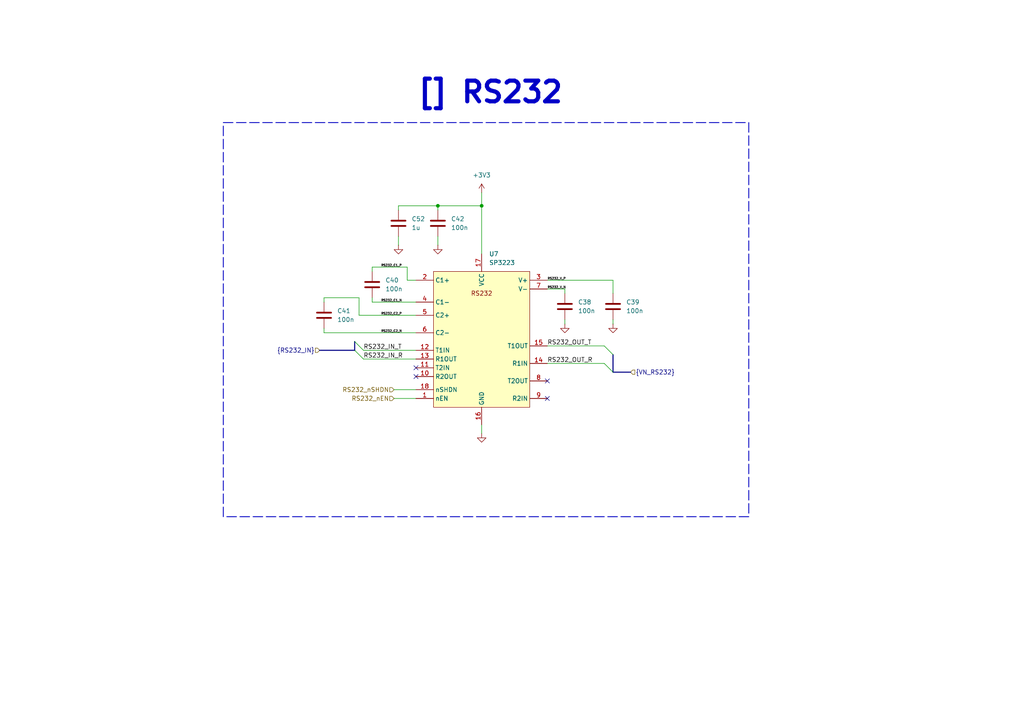
<source format=kicad_sch>
(kicad_sch (version 20250114) (generator "eeschema") (generator_version "9.0")
  (paper "A4")
  (title_block (title "RS232") (date "2025-12-13") (rev "1.0") (company "Hoppen"))
  (lib_symbols
    (symbol "0_transceivers:SP3223"
      (property "Reference" "U" (at -13.97 21.59 0))
      (property "Value" "SP3223" (at 10.16 21.59 0))
      (symbol "SP3223_0_0"
        (text "RS232" (at 0 13.97 0) (effects (font (size 1.27 1.27))))
      )
      (symbol "SP3223_0_1"
        (rectangle (start -13.97 20.32) (end 13.97 -19.05) (fill (type background)))
      )
      (symbol "SP3223_1_1"
        (pin bidirectional line (at -19.05 17.78 0) (length 5.08) (name "C1+") (number "2"))
        (pin bidirectional line (at -19.05 11.43 0) (length 5.08) (name "C1-") (number "4"))
        (pin bidirectional line (at -19.05 7.62 0) (length 5.08) (name "C2+") (number "5"))
        (pin bidirectional line (at -19.05 2.54 0) (length 5.08) (name "C2-") (number "6"))
        (pin input line (at -19.05 -2.54 0) (length 5.08) (name "T1IN") (number "12"))
        (pin output line (at -19.05 -5.08 0) (length 5.08) (name "R1OUT") (number "13"))
        (pin input line (at -19.05 -7.62 0) (length 5.08) (name "T2IN") (number "11"))
        (pin output line (at -19.05 -10.16 0) (length 5.08) (name "R2OUT") (number "10"))
        (pin input line (at -19.05 -13.97 0) (length 5.08) (name "nSHDN") (number "18"))
        (pin input line (at -19.05 -16.51 0) (length 5.08) (name "nEN") (number "1"))
        (pin power_in line (at 0 25.4 270) (length 5.08) (name "VCC") (number "17"))
        (pin power_in line (at 0 -24.13 90) (length 5.08) (name "GND") (number "16"))
        (pin power_out line (at 19.05 17.78 180) (length 5.08) (name "V+") (number "3"))
        (pin power_out line (at 19.05 15.24 180) (length 5.08) (name "V-") (number "7"))
        (pin output line (at 19.05 -1.27 180) (length 5.08) (name "T1OUT") (number "15"))
        (pin input line (at 19.05 -6.35 180) (length 5.08) (name "R1IN") (number "14"))
        (pin output line (at 19.05 -11.43 180) (length 5.08) (name "T2OUT") (number "8"))
        (pin input line (at 19.05 -16.51 180) (length 5.08) (name "R2IN") (number "9"))
      )
    )
    (symbol "Device:C" (pin_numbers (hide yes)) (pin_names (offset 0.254))
      (property "Reference" "C" (at 0.635 2.54 0))
      (property "Value" "C" (at 0.635 -2.54 0))
      (symbol "C_0_1"
        (polyline (pts (xy -2.032 0.762) (xy 2.032 0.762)) (stroke (width 0.508)))
        (polyline (pts (xy -2.032 -0.762) (xy 2.032 -0.762)) (stroke (width 0.508)))
      )
      (symbol "C_1_1"
        (pin passive line (at 0 3.81 270) (length 2.794) (name "~") (number "1"))
        (pin passive line (at 0 -3.81 90) (length 2.794) (name "~") (number "2"))
      )
    )
    (symbol "power:+3.3V" (power) (pin_numbers (hide yes)) (pin_names (offset 0) (hide yes))
      (property "Value" "+3.3V" (at 0 3.556 0))
      (symbol "+3.3V_0_1"
        (polyline (pts (xy -0.762 1.27) (xy 0 2.54)))
        (polyline (pts (xy 0 2.54) (xy 0.762 1.27)))
        (polyline (pts (xy 0 0) (xy 0 2.54)))
      )
      (symbol "+3.3V_1_1"
        (pin power_in line (at 0 0 90) (length 0) (name "~") (number "1"))
      )
    )
    (symbol "power:GND" (power) (pin_numbers (hide yes)) (pin_names (offset 0) (hide yes))
      (property "Value" "GND" (at 0 -3.81 0))
      (symbol "GND_0_1"
        (polyline (pts (xy 0 0) (xy 0 -1.27) (xy 1.27 -1.27) (xy 0 -2.54) (xy -1.27 -1.27) (xy 0 -1.27)))
      )
      (symbol "GND_1_1"
        (pin power_in line (at 0 0 270) (length 0) (name "~") (number "1"))
      )
    )
  )
  (bus_alias "RS232_IN" (members "RS232_IN_T" "RS232_IN_R"))
  (bus_alias "VN_RS232" (members "RS232_OUT_T" "RS232_OUT_R"))
  (rectangle (start 64.77 35.56) (end 217.17 149.86) (stroke (width 0.254) (type dash)))
  (text_box "[${#}] ${TITLE}" (at 95.25 20.32 0) (size 93.98 12.7) (margins 4.4999 4.4999 4.4999 4.4999) (stroke (width -0.0001)) (effects (font (size 6 6) (thickness 1.2) (bold yes))))
  (junction (at 139.7 59.69))
  (junction (at 127 59.69))
  (no_connect (at 158.75 110.49))
  (no_connect (at 120.65 106.68))
  (no_connect (at 120.65 109.22))
  (no_connect (at 158.75 115.57))
  (bus_entry (at 102.87 99.06) (size 2.54 2.54))
  (bus_entry (at 102.87 101.6) (size 2.54 2.54))
  (bus_entry (at 175.26 100.33) (size 2.54 2.54))
  (bus_entry (at 175.26 105.41) (size 2.54 2.54))
  (wire (pts (xy 104.14 86.36) (xy 93.98 86.36)))
  (wire (pts (xy 163.83 83.82) (xy 158.75 83.82)))
  (wire (pts (xy 107.95 87.63) (xy 107.95 86.36)))
  (wire (pts (xy 115.57 60.96) (xy 115.57 59.69)))
  (wire (pts (xy 118.11 77.47) (xy 118.11 81.28)))
  (wire (pts (xy 105.41 101.6) (xy 120.65 101.6)))
  (wire (pts (xy 114.3 113.03) (xy 120.65 113.03)))
  (wire (pts (xy 139.7 123.19) (xy 139.7 125.73)))
  (wire (pts (xy 115.57 68.58) (xy 115.57 71.12)))
  (wire (pts (xy 120.65 91.44) (xy 104.14 91.44)))
  (wire (pts (xy 114.3 115.57) (xy 120.65 115.57)))
  (wire (pts (xy 177.8 81.28) (xy 177.8 85.09)))
  (wire (pts (xy 107.95 77.47) (xy 118.11 77.47)))
  (wire (pts (xy 158.75 105.41) (xy 175.26 105.41)))
  (bus (pts (xy 177.8 107.95) (xy 182.88 107.95)))
  (wire (pts (xy 139.7 59.69) (xy 139.7 73.66)))
  (wire (pts (xy 107.95 78.74) (xy 107.95 77.47)))
  (wire (pts (xy 127 59.69) (xy 139.7 59.69)))
  (wire (pts (xy 127 68.58) (xy 127 71.12)))
  (bus (pts (xy 177.8 102.87) (xy 177.8 107.95)))
  (wire (pts (xy 115.57 59.69) (xy 127 59.69)))
  (wire (pts (xy 93.98 86.36) (xy 93.98 87.63)))
  (bus (pts (xy 92.71 101.6) (xy 102.87 101.6)))
  (wire (pts (xy 118.11 81.28) (xy 120.65 81.28)))
  (wire (pts (xy 105.41 104.14) (xy 120.65 104.14)))
  (wire (pts (xy 93.98 95.25) (xy 93.98 96.52)))
  (wire (pts (xy 127 59.69) (xy 127 60.96)))
  (wire (pts (xy 158.75 100.33) (xy 175.26 100.33)))
  (wire (pts (xy 139.7 59.69) (xy 139.7 55.88)))
  (wire (pts (xy 163.83 85.09) (xy 163.83 83.82)))
  (wire (pts (xy 104.14 91.44) (xy 104.14 86.36)))
  (wire (pts (xy 120.65 87.63) (xy 107.95 87.63)))
  (wire (pts (xy 158.75 81.28) (xy 177.8 81.28)))
  (wire (pts (xy 177.8 92.71) (xy 177.8 93.98)))
  (wire (pts (xy 163.83 93.98) (xy 163.83 92.71)))
  (bus (pts (xy 102.87 99.06) (xy 102.87 101.6)))
  (wire (pts (xy 93.98 96.52) (xy 120.65 96.52)))
  (label "RS232_V_P" (at 158.75 81.28 0) (effects (font (size 0.635 0.635))))
  (label "RS232_OUT_T" (at 158.75 100.33 0))
  (label "RS232_OUT_R" (at 158.75 105.41 0))
  (label "RS232_C2_P" (at 110.49 91.44 0) (effects (font (size 0.635 0.635))))
  (label "RS232_C1_N" (at 110.49 87.63 0) (effects (font (size 0.635 0.635))))
  (label "RS232_IN_R" (at 105.41 104.14 0))
  (label "RS232_C2_N" (at 110.49 96.52 0) (effects (font (size 0.635 0.635))))
  (label "RS232_V_N" (at 158.75 83.82 0) (effects (font (size 0.635 0.635))))
  (label "RS232_IN_T" (at 105.41 101.6 0))
  (label "RS232_C1_P" (at 110.49 77.47 0) (effects (font (size 0.635 0.635))))
  (hierarchical_label "RS232_nSHDN" (shape input) (at 114.3 113.03 180))
  (hierarchical_label "{RS232_IN}" (shape input) (at 92.71 101.6 180))
  (hierarchical_label "{VN_RS232}" (shape input) (at 182.88 107.95 0))
  (hierarchical_label "RS232_nEN" (shape input) (at 114.3 115.57 180))
  (symbol (lib_id "Device:C") (at 93.98 91.44 0) (unit 1)
    (property "Reference" "C41" (at 97.79 90.1699 0) (effects (justify left)))
    (property "Value" "100n" (at 97.79 92.7099 0) (effects (justify left)))
    (property "Description" "Unpolarized capacitor" (effects (hide yes)))
  )
  (symbol (lib_id "power:GND") (at 177.8 93.98 0) (unit 1)
    (property "Reference" "#PWR051" (effects (hide yes)))
    (property "Value" "GND" (effects (hide yes)))
    (property "Description" "Power symbol creates a global label with name \"GND\" , ground" (effects (hide yes)))
  )
  (symbol (lib_id "power:GND") (at 163.83 93.98 0) (unit 1)
    (property "Reference" "#PWR050" (effects (hide yes)))
    (property "Value" "GND" (effects (hide yes)))
    (property "Description" "Power symbol creates a global label with name \"GND\" , ground" (effects (hide yes)))
  )
  (symbol (lib_id "power:GND") (at 139.7 125.73 0) (unit 1)
    (property "Reference" "#PWR052" (effects (hide yes)))
    (property "Value" "GND" (effects (hide yes)))
    (property "Description" "Power symbol creates a global label with name \"GND\" , ground" (effects (hide yes)))
  )
  (symbol (lib_id "Device:C") (at 177.8 88.9 0) (unit 1)
    (property "Reference" "C39" (at 181.61 87.6299 0) (effects (justify left)))
    (property "Value" "100n" (at 181.61 90.1699 0) (effects (justify left)))
    (property "Description" "Unpolarized capacitor" (effects (hide yes)))
  )
  (symbol (lib_id "power:+3.3V") (at 139.7 55.88 0) (unit 1)
    (property "Reference" "#PWR053" (effects (hide yes)))
    (property "Value" "+3V3" (at 139.7 50.8 0))
    (property "Description" "Power symbol creates a global label with name \"+3.3V\"" (effects (hide yes)))
  )
  (symbol (lib_id "0_transceivers:SP3223") (at 139.7 99.06 0) (unit 1)
    (property "Reference" "U7" (at 141.8433 73.66 0) (effects (justify left)))
    (property "Value" "SP3223" (at 141.8433 76.2 0) (effects (justify left)))
    (property "Datasheet" "https://www.maxlinear.com/product/interface/serial-transceivers/rs-232/sp3223eu" (effects (hide yes)))
    (property "Description" "RS232 1 Mpbs Transceiver" (effects (hide yes)))
    (property "LCSC" "C2671803" (effects (hide yes)))
  )
  (symbol (lib_id "Device:C") (at 163.83 88.9 0) (unit 1)
    (property "Reference" "C38" (at 167.64 87.6299 0) (effects (justify left)))
    (property "Value" "100n" (at 167.64 90.1699 0) (effects (justify left)))
    (property "Description" "Unpolarized capacitor" (effects (hide yes)))
  )
  (symbol (lib_id "power:GND") (at 127 71.12 0) (unit 1)
    (property "Reference" "#PWR054" (effects (hide yes)))
    (property "Value" "GND" (effects (hide yes)))
    (property "Description" "Power symbol creates a global label with name \"GND\" , ground" (effects (hide yes)))
  )
  (symbol (lib_id "power:GND") (at 115.57 71.12 0) (unit 1)
    (property "Reference" "#PWR083" (effects (hide yes)))
    (property "Value" "GND" (effects (hide yes)))
    (property "Description" "Power symbol creates a global label with name \"GND\" , ground" (effects (hide yes)))
  )
  (symbol (lib_id "Device:C") (at 115.57 64.77 0) (unit 1)
    (property "Reference" "C52" (at 119.38 63.4999 0) (effects (justify left)))
    (property "Value" "1u" (at 119.38 66.0399 0) (effects (justify left)))
    (property "Footprint" "0_capacitor_smd:C_0603_1608Metric" (effects (hide yes)))
    (property "Description" "Unpolarized capacitor" (effects (hide yes)))
  )
  (symbol (lib_id "Device:C") (at 127 64.77 0) (unit 1)
    (property "Reference" "C42" (at 130.81 63.4999 0) (effects (justify left)))
    (property "Value" "100n" (at 130.81 66.0399 0) (effects (justify left)))
    (property "Description" "Unpolarized capacitor" (effects (hide yes)))
  )
  (symbol (lib_id "Device:C") (at 107.95 82.55 0) (unit 1)
    (property "Reference" "C40" (at 111.76 81.2799 0) (effects (justify left)))
    (property "Value" "100n" (at 111.76 83.8199 0) (effects (justify left)))
    (property "Description" "Unpolarized capacitor" (effects (hide yes)))
  )
)
</source>
